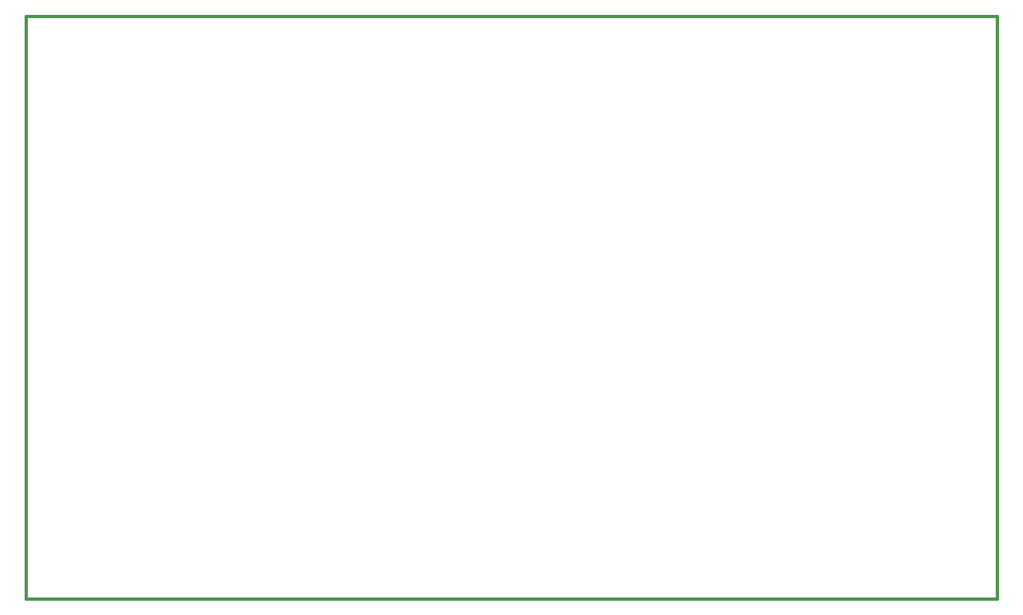
<source format=gbr>
G04 (created by PCBNEW-RS274X (2012-apr-16-27)-stable) date Fri 01 Nov 2013 05:20:25 GMT*
G01*
G70*
G90*
%MOIN*%
G04 Gerber Fmt 3.4, Leading zero omitted, Abs format*
%FSLAX34Y34*%
G04 APERTURE LIST*
%ADD10C,0.006000*%
%ADD11C,0.015000*%
G04 APERTURE END LIST*
G54D10*
G54D11*
X69975Y-10000D02*
X20025Y-10000D01*
X69975Y-39975D02*
X69975Y-10000D01*
X20025Y-39975D02*
X69975Y-39975D01*
X20025Y-10000D02*
X20025Y-39975D01*
M02*

</source>
